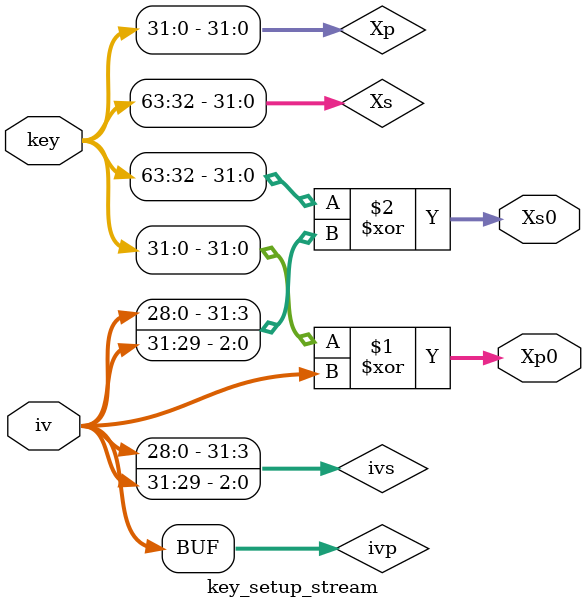
<source format=v>
module key_setup_stream(key,iv,Xp0,Xs0);

input [31:0]iv;
input [146:0]key;
output [31:0]Xp0;
output [31:0]Xs0;


wire [31:0] Xp,Xs,ivp,ivs;

assign Xp=key[31:0]; 
assign Xs=key[63:32];


assign ivp=iv;
assign ivs={{iv[28:0]},{iv[31:29]}};


assign Xp0=Xp^ivp;
assign Xs0=Xs^ivs;


endmodule

</source>
